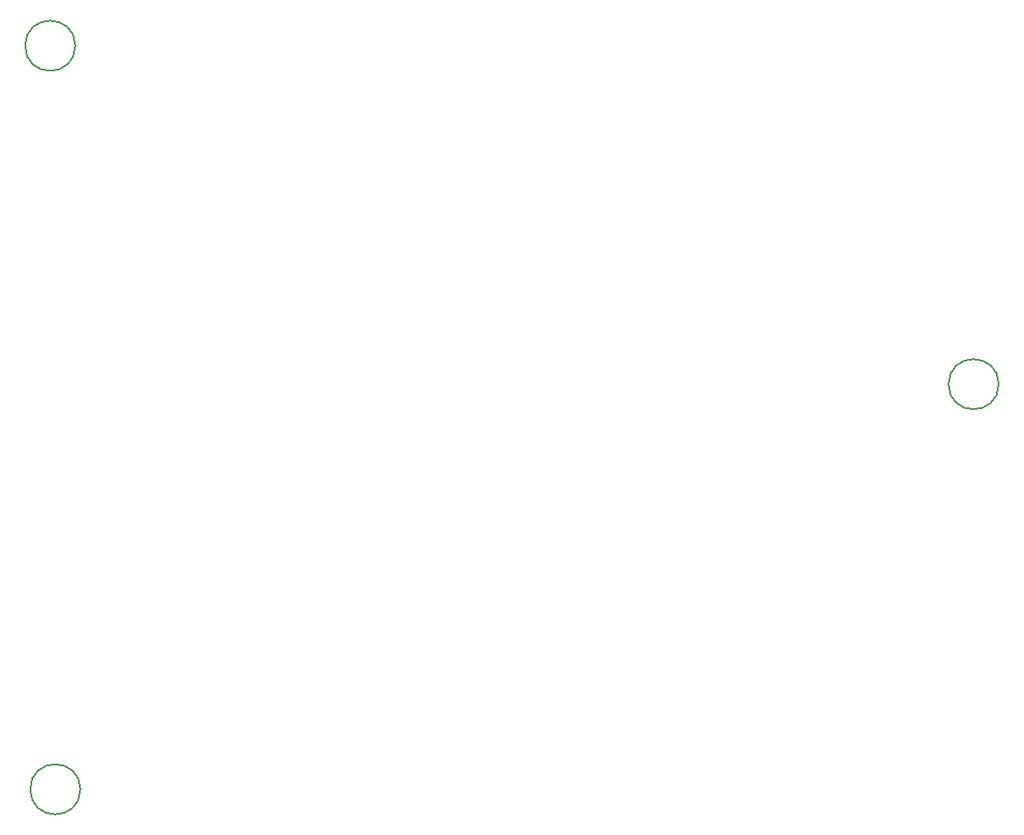
<source format=gbr>
%TF.GenerationSoftware,KiCad,Pcbnew,(6.0.9)*%
%TF.CreationDate,2023-01-27T19:59:26-09:00*%
%TF.ProjectId,EYEBROW WARNING INDICATOR_RIGHT,45594542-524f-4572-9057-41524e494e47,rev?*%
%TF.SameCoordinates,Original*%
%TF.FileFunction,Other,Comment*%
%FSLAX46Y46*%
G04 Gerber Fmt 4.6, Leading zero omitted, Abs format (unit mm)*
G04 Created by KiCad (PCBNEW (6.0.9)) date 2023-01-27 19:59:26*
%MOMM*%
%LPD*%
G01*
G04 APERTURE LIST*
%ADD10C,0.150000*%
G04 APERTURE END LIST*
D10*
%TO.C,H3*%
X106373299Y-133692144D02*
G75*
G03*
X106373299Y-133692144I-2500000J0D01*
G01*
%TO.C,H2*%
X197940298Y-93273658D02*
G75*
G03*
X197940298Y-93273658I-2500000J0D01*
G01*
%TO.C,H1*%
X105865299Y-59502298D02*
G75*
G03*
X105865299Y-59502298I-2500000J0D01*
G01*
%TD*%
M02*

</source>
